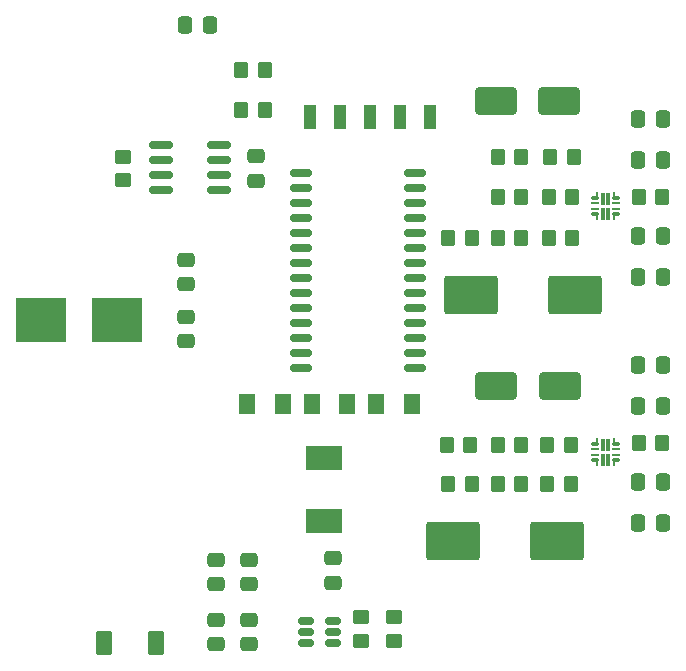
<source format=gtp>
%TF.GenerationSoftware,KiCad,Pcbnew,8.0.9*%
%TF.CreationDate,2025-05-21T15:35:43-04:00*%
%TF.ProjectId,rocket_power_board,726f636b-6574-45f7-906f-7765725f626f,rev?*%
%TF.SameCoordinates,Original*%
%TF.FileFunction,Paste,Top*%
%TF.FilePolarity,Positive*%
%FSLAX46Y46*%
G04 Gerber Fmt 4.6, Leading zero omitted, Abs format (unit mm)*
G04 Created by KiCad (PCBNEW 8.0.9) date 2025-05-21 15:35:43*
%MOMM*%
%LPD*%
G01*
G04 APERTURE LIST*
G04 Aperture macros list*
%AMRoundRect*
0 Rectangle with rounded corners*
0 $1 Rounding radius*
0 $2 $3 $4 $5 $6 $7 $8 $9 X,Y pos of 4 corners*
0 Add a 4 corners polygon primitive as box body*
4,1,4,$2,$3,$4,$5,$6,$7,$8,$9,$2,$3,0*
0 Add four circle primitives for the rounded corners*
1,1,$1+$1,$2,$3*
1,1,$1+$1,$4,$5*
1,1,$1+$1,$6,$7*
1,1,$1+$1,$8,$9*
0 Add four rect primitives between the rounded corners*
20,1,$1+$1,$2,$3,$4,$5,0*
20,1,$1+$1,$4,$5,$6,$7,0*
20,1,$1+$1,$6,$7,$8,$9,0*
20,1,$1+$1,$8,$9,$2,$3,0*%
G04 Aperture macros list end*
%ADD10RoundRect,0.250000X0.450000X0.800000X-0.450000X0.800000X-0.450000X-0.800000X0.450000X-0.800000X0*%
%ADD11R,3.100000X2.000000*%
%ADD12RoundRect,0.250000X-0.350000X-0.450000X0.350000X-0.450000X0.350000X0.450000X-0.350000X0.450000X0*%
%ADD13RoundRect,0.250000X0.475000X-0.337500X0.475000X0.337500X-0.475000X0.337500X-0.475000X-0.337500X0*%
%ADD14RoundRect,0.250000X-0.337500X-0.475000X0.337500X-0.475000X0.337500X0.475000X-0.337500X0.475000X0*%
%ADD15RoundRect,0.250000X-2.000000X1.400000X-2.000000X-1.400000X2.000000X-1.400000X2.000000X1.400000X0*%
%ADD16RoundRect,0.250000X-0.475000X0.337500X-0.475000X-0.337500X0.475000X-0.337500X0.475000X0.337500X0*%
%ADD17RoundRect,0.250000X-1.500000X-0.900000X1.500000X-0.900000X1.500000X0.900000X-1.500000X0.900000X0*%
%ADD18RoundRect,0.250000X0.350000X0.450000X-0.350000X0.450000X-0.350000X-0.450000X0.350000X-0.450000X0*%
%ADD19RoundRect,0.150000X0.825000X0.150000X-0.825000X0.150000X-0.825000X-0.150000X0.825000X-0.150000X0*%
%ADD20RoundRect,0.150000X-0.750000X-0.150000X0.750000X-0.150000X0.750000X0.150000X-0.750000X0.150000X0*%
%ADD21RoundRect,0.050000X-0.250000X-0.087500X0.250000X-0.087500X0.250000X0.087500X-0.250000X0.087500X0*%
%ADD22RoundRect,0.050000X-0.062500X-0.275000X0.062500X-0.275000X0.062500X0.275000X-0.062500X0.275000X0*%
%ADD23RoundRect,0.050000X-0.090000X-0.480000X0.090000X-0.480000X0.090000X0.480000X-0.090000X0.480000X0*%
%ADD24RoundRect,0.050000X-0.250000X-0.075000X0.250000X-0.075000X0.250000X0.075000X-0.250000X0.075000X0*%
%ADD25RoundRect,0.050000X0.250000X0.075000X-0.250000X0.075000X-0.250000X-0.075000X0.250000X-0.075000X0*%
%ADD26RoundRect,0.250000X0.450000X-0.350000X0.450000X0.350000X-0.450000X0.350000X-0.450000X-0.350000X0*%
%ADD27R,1.000000X2.000000*%
%ADD28RoundRect,0.250001X-0.462499X-0.624999X0.462499X-0.624999X0.462499X0.624999X-0.462499X0.624999X0*%
%ADD29RoundRect,0.250000X0.337500X0.475000X-0.337500X0.475000X-0.337500X-0.475000X0.337500X-0.475000X0*%
%ADD30RoundRect,0.150000X-0.512500X-0.150000X0.512500X-0.150000X0.512500X0.150000X-0.512500X0.150000X0*%
%ADD31R,4.241800X3.810000*%
%ADD32RoundRect,0.250000X-0.450000X0.350000X-0.450000X-0.350000X0.450000X-0.350000X0.450000X0.350000X0*%
G04 APERTURE END LIST*
D10*
%TO.C,D4*%
X205908000Y-135890000D03*
X201508000Y-135890000D03*
%TD*%
D11*
%TO.C,L1*%
X220091000Y-125586000D03*
X220091000Y-120286000D03*
%TD*%
D12*
%TO.C,R17*%
X239024500Y-122422500D03*
X241024500Y-122422500D03*
%TD*%
D13*
%TO.C,C6*%
X213741000Y-136038500D03*
X213741000Y-133963500D03*
%TD*%
D14*
%TO.C,C20*%
X246739500Y-94996000D03*
X248814500Y-94996000D03*
%TD*%
D12*
%TO.C,R27*%
X234839000Y-98171000D03*
X236839000Y-98171000D03*
%TD*%
%TO.C,R2*%
X213122000Y-87376000D03*
X215122000Y-87376000D03*
%TD*%
D15*
%TO.C,D9*%
X241382000Y-106426000D03*
X232582000Y-106426000D03*
%TD*%
D12*
%TO.C,R21*%
X234839000Y-122428000D03*
X236839000Y-122428000D03*
%TD*%
D16*
%TO.C,C11*%
X210952500Y-128883500D03*
X210952500Y-130958500D03*
%TD*%
D17*
%TO.C,D8*%
X234663000Y-90043000D03*
X240063000Y-90043000D03*
%TD*%
D13*
%TO.C,C7*%
X210952500Y-136038500D03*
X210952500Y-133963500D03*
%TD*%
D14*
%TO.C,C21*%
X246739500Y-101473000D03*
X248814500Y-101473000D03*
%TD*%
%TO.C,C19*%
X246739500Y-91567000D03*
X248814500Y-91567000D03*
%TD*%
D18*
%TO.C,R22*%
X232648000Y-122428000D03*
X230648000Y-122428000D03*
%TD*%
D19*
%TO.C,U1*%
X211263000Y-97536000D03*
X211263000Y-96266000D03*
X211263000Y-94996000D03*
X211263000Y-93726000D03*
X206313000Y-93726000D03*
X206313000Y-94996000D03*
X206313000Y-96266000D03*
X206313000Y-97536000D03*
%TD*%
D20*
%TO.C,U2*%
X218212000Y-96139000D03*
X218212000Y-97409000D03*
X218212000Y-98679000D03*
X218212000Y-99949000D03*
X218212000Y-101219000D03*
X218212000Y-102489000D03*
X218212000Y-103759000D03*
X218212000Y-105029000D03*
X218212000Y-106299000D03*
X218212000Y-107569000D03*
X218212000Y-108839000D03*
X218212000Y-110109000D03*
X218212000Y-111379000D03*
X218212000Y-112649000D03*
X227812000Y-112649000D03*
X227812000Y-111379000D03*
X227812000Y-110109000D03*
X227812000Y-108839000D03*
X227812000Y-107569000D03*
X227812000Y-106299000D03*
X227812000Y-105029000D03*
X227812000Y-103759000D03*
X227812000Y-102489000D03*
X227812000Y-101219000D03*
X227812000Y-99949000D03*
X227812000Y-98679000D03*
X227812000Y-97409000D03*
X227812000Y-96139000D03*
%TD*%
D21*
%TO.C,U4*%
X243067000Y-119073500D03*
X243067000Y-120448500D03*
D22*
X243254500Y-118886000D03*
X243254500Y-120636000D03*
D23*
X243717000Y-119131000D03*
X243717000Y-120391000D03*
X244217000Y-119131000D03*
X244217000Y-120391000D03*
D22*
X244679500Y-118886000D03*
X244679500Y-120636000D03*
D21*
X244867000Y-119073500D03*
X244867000Y-120448500D03*
D24*
X243067000Y-119536000D03*
X243067000Y-119986000D03*
D25*
X244867000Y-119986000D03*
X244867000Y-119536000D03*
%TD*%
D12*
%TO.C,R33*%
X234839000Y-101600000D03*
X236839000Y-101600000D03*
%TD*%
%TO.C,R12*%
X230521000Y-119126000D03*
X232521000Y-119126000D03*
%TD*%
D26*
%TO.C,R16*%
X223271500Y-135747000D03*
X223271500Y-133747000D03*
%TD*%
D27*
%TO.C,J1*%
X218948000Y-91347500D03*
X221488000Y-91347500D03*
X224028000Y-91347500D03*
X226568000Y-91347500D03*
X229108000Y-91347500D03*
%TD*%
D13*
%TO.C,C5*%
X208433000Y-110384500D03*
X208433000Y-108309500D03*
%TD*%
D12*
%TO.C,R29*%
X246777000Y-98171000D03*
X248777000Y-98171000D03*
%TD*%
%TO.C,R5*%
X213122000Y-90805000D03*
X215122000Y-90805000D03*
%TD*%
D17*
%TO.C,D6*%
X234673500Y-114167500D03*
X240073500Y-114167500D03*
%TD*%
D12*
%TO.C,R30*%
X239157000Y-101600000D03*
X241157000Y-101600000D03*
%TD*%
D28*
%TO.C,D3*%
X224572500Y-115697000D03*
X227547500Y-115697000D03*
%TD*%
D29*
%TO.C,C2*%
X210460500Y-83566000D03*
X208385500Y-83566000D03*
%TD*%
D12*
%TO.C,R13*%
X234839000Y-119126000D03*
X236839000Y-119126000D03*
%TD*%
D14*
%TO.C,C9*%
X246739500Y-112395000D03*
X248814500Y-112395000D03*
%TD*%
D26*
%TO.C,R1*%
X203073000Y-96758000D03*
X203073000Y-94758000D03*
%TD*%
D15*
%TO.C,D7*%
X239858000Y-127254000D03*
X231058000Y-127254000D03*
%TD*%
D16*
%TO.C,C4*%
X208433000Y-103483500D03*
X208433000Y-105558500D03*
%TD*%
D14*
%TO.C,C12*%
X246739500Y-122301000D03*
X248814500Y-122301000D03*
%TD*%
D12*
%TO.C,R26*%
X239284000Y-94742000D03*
X241284000Y-94742000D03*
%TD*%
D18*
%TO.C,R34*%
X232648000Y-101600000D03*
X230648000Y-101600000D03*
%TD*%
D28*
%TO.C,D2*%
X219111500Y-115697000D03*
X222086500Y-115697000D03*
%TD*%
D16*
%TO.C,C13*%
X213746500Y-128883500D03*
X213746500Y-130958500D03*
%TD*%
%TO.C,C8*%
X220858500Y-128756500D03*
X220858500Y-130831500D03*
%TD*%
D14*
%TO.C,C10*%
X246739500Y-115824000D03*
X248814500Y-115824000D03*
%TD*%
D28*
%TO.C,D1*%
X213650500Y-115697000D03*
X216625500Y-115697000D03*
%TD*%
D16*
%TO.C,C1*%
X214376000Y-94720500D03*
X214376000Y-96795500D03*
%TD*%
D12*
%TO.C,R28*%
X239157000Y-98171000D03*
X241157000Y-98171000D03*
%TD*%
D30*
%TO.C,U3*%
X218578000Y-134051000D03*
X218578000Y-135001000D03*
X218578000Y-135951000D03*
X220853000Y-135951000D03*
X220853000Y-135001000D03*
X220853000Y-134051000D03*
%TD*%
D31*
%TO.C,F1*%
X196202300Y-108585000D03*
X202577700Y-108585000D03*
%TD*%
D12*
%TO.C,R18*%
X246777000Y-118999000D03*
X248777000Y-118999000D03*
%TD*%
%TO.C,R14*%
X239030000Y-119126000D03*
X241030000Y-119126000D03*
%TD*%
D14*
%TO.C,C18*%
X246739500Y-125730000D03*
X248814500Y-125730000D03*
%TD*%
D21*
%TO.C,U7*%
X243067000Y-98245500D03*
X243067000Y-99620500D03*
D22*
X243254500Y-98058000D03*
X243254500Y-99808000D03*
D23*
X243717000Y-98303000D03*
X243717000Y-99563000D03*
X244217000Y-98303000D03*
X244217000Y-99563000D03*
D22*
X244679500Y-98058000D03*
X244679500Y-99808000D03*
D21*
X244867000Y-98245500D03*
X244867000Y-99620500D03*
D24*
X243067000Y-98708000D03*
X243067000Y-99158000D03*
D25*
X244867000Y-99158000D03*
X244867000Y-98708000D03*
%TD*%
D12*
%TO.C,R25*%
X234839000Y-94742000D03*
X236839000Y-94742000D03*
%TD*%
D14*
%TO.C,C23*%
X246739500Y-104902000D03*
X248814500Y-104902000D03*
%TD*%
D32*
%TO.C,R15*%
X226065500Y-133747000D03*
X226065500Y-135747000D03*
%TD*%
M02*

</source>
